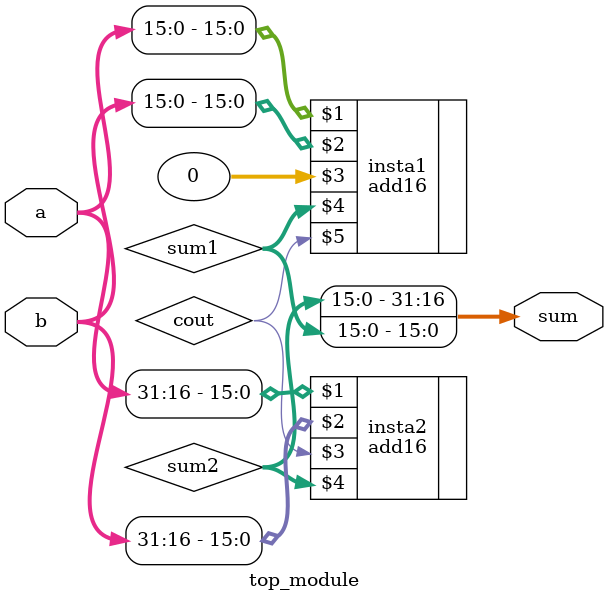
<source format=v>
module top_module(
    input [31:0] a,
    input [31:0] b,
    output [31:0] sum
);
    
    //connecting modules together
    wire [15:0]sum1,sum2;
    wire cout;
    add16 insta1 (a[15:0],b[15:0],0,sum1,cout);
    add16 insta2 (a[31:16],b[31:16],cout,sum2);
    
    //output then merge the sums together
    assign sum = {sum2,sum1};
    
endmodule
</source>
